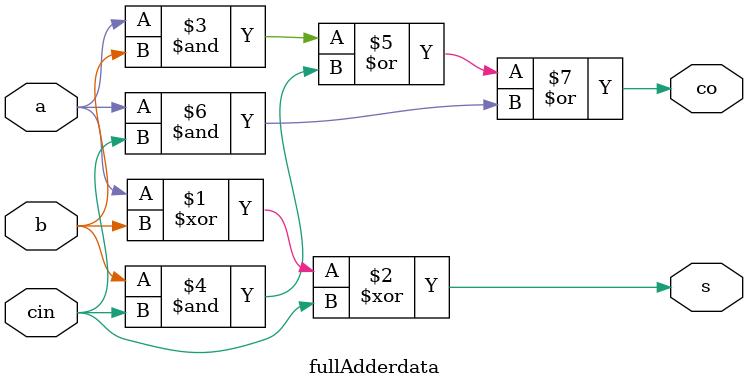
<source format=v>
`timescale 1ns / 1ps
module fullAdderdata(
    input a,
    input b,
    input cin,
    output s,
    output co
    );

assign s=(a^b^cin);
assign co=(a&b)|(b&cin)|(a&cin);
endmodule

</source>
